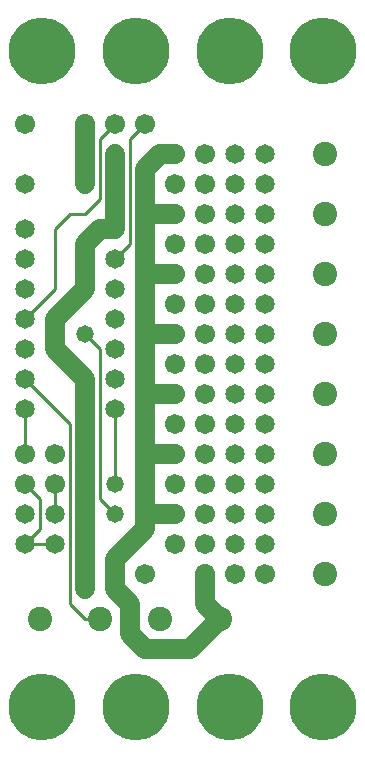
<source format=gtl>
%MOIN*%
%FSLAX25Y25*%
G04 D10 used for Character Trace; *
G04     Circle (OD=.01000) (No hole)*
G04 D11 used for Power Trace; *
G04     Circle (OD=.06700) (No hole)*
G04 D12 used for Signal Trace; *
G04     Circle (OD=.01100) (No hole)*
G04 D13 used for Via; *
G04     Circle (OD=.05800) (Round. Hole ID=.02800)*
G04 D14 used for Component hole; *
G04     Circle (OD=.06500) (Round. Hole ID=.03500)*
G04 D15 used for Component hole; *
G04     Circle (OD=.06700) (Round. Hole ID=.04300)*
G04 D16 used for Component hole; *
G04     Circle (OD=.08100) (Round. Hole ID=.05100)*
G04 D17 used for Component hole; *
G04     Circle (OD=.08900) (Round. Hole ID=.05900)*
G04 D18 used for Component hole; *
G04     Circle (OD=.11300) (Round. Hole ID=.08300)*
G04 D19 used for Component hole; *
G04     Circle (OD=.16000) (Round. Hole ID=.13000)*
G04 D20 used for Component hole; *
G04     Circle (OD=.18300) (Round. Hole ID=.15300)*
G04 D21 used for Component hole; *
G04     Circle (OD=.22291) (Round. Hole ID=.19291)*
%ADD10C,.01000*%
%ADD11C,.06700*%
%ADD12C,.01100*%
%ADD13C,.05800*%
%ADD14C,.06500*%
%ADD15C,.06700*%
%ADD16C,.08100*%
%ADD17C,.08900*%
%ADD18C,.11300*%
%ADD19C,.16000*%
%ADD20C,.18300*%
%ADD21C,.22291*%
%IPPOS*%
%LPD*%
G90*X0Y0D02*D21*X15625Y15625D03*D16*              
X35000Y45000D03*D12*X30000D01*X25000Y50000D01*    
Y110000D01*X10000Y125000D01*D14*D03*D11*X30000D02*
X20000Y135000D01*X30000Y55000D02*Y125000D01*D13*  
Y55000D03*D11*X40000D02*Y65000D01*X45000Y50000D02*
X40000Y55000D01*X45000Y40000D02*Y50000D01*        
X50000Y35000D02*X45000Y40000D01*X50000Y35000D02*  
X65000D01*X75000Y45000D01*D16*D03*D11*            
X70000Y50000D01*Y60000D01*D15*D03*D14*            
X80000Y70000D03*D15*X60000D03*X80000Y60000D03*    
X70000Y70000D03*D16*X55000Y45000D03*D14*          
X90000Y80000D03*D11*X50000Y75000D02*Y80000D01*    
X40000Y65000D02*X50000Y75000D01*D15*Y60000D03*D11*
Y80000D02*X60000D01*D15*D03*X70000Y90000D03*      
Y80000D03*X60000Y90000D03*D11*X50000Y80000D02*    
Y100000D01*D13*D03*D11*X60000D01*D15*D03*         
X70000Y110000D03*Y100000D03*X60000Y110000D03*D11* 
X50000Y100000D02*Y120000D01*X60000D01*D15*D03*    
X70000Y130000D03*Y120000D03*X60000Y130000D03*D11* 
X50000Y120000D02*Y140000D01*X60000D01*D15*D03*    
X70000Y150000D03*Y140000D03*X60000Y150000D03*D11* 
X50000Y140000D02*Y160000D01*X60000D01*D15*D03*    
X70000Y170000D03*Y160000D03*X60000Y170000D03*D11* 
X50000Y160000D02*Y180000D01*X60000D01*D15*D03*    
X70000Y190000D03*D13*X50000D03*D11*Y180000D01*D15*
X60000Y190000D03*D12*X40000Y165000D02*            
X45000Y170000D01*D14*X40000Y165000D03*D12*        
X45000Y170000D02*Y205000D01*X50000Y210000D01*D15* 
D03*X60000Y200000D03*D11*X55000D01*               
X50000Y195000D01*Y190000D01*D13*X40000Y200000D03* 
D11*Y175000D01*D14*D03*D11*X35000D01*             
X30000Y170000D01*Y155000D01*X20000Y145000D01*     
Y135000D01*D14*X10000Y145000D03*D12*              
X20000Y155000D01*Y175000D01*X25000Y180000D01*     
X30000D01*X35000Y185000D01*Y205000D01*            
X40000Y210000D01*D15*D03*X30000D03*D11*Y190000D01*
D14*D03*D15*X10000Y210000D03*D14*Y190000D03*      
Y175000D03*Y165000D03*Y155000D03*X40000D03*D15*   
X70000Y180000D03*Y200000D03*D21*X46875Y234375D03* 
D14*X40000Y145000D03*D21*X15625Y234375D03*D14*    
X80000Y140000D03*Y150000D03*Y160000D03*Y170000D03*
Y180000D03*Y190000D03*D13*X30000Y140000D03*D12*   
X35000Y135000D01*Y85000D01*X40000Y80000D01*D13*   
D03*Y90000D03*D12*Y115000D01*D14*D03*Y125000D03*  
Y135000D03*D15*X20000Y100000D03*Y90000D03*D12*    
Y80000D01*D14*D03*D12*X15000Y75000D02*Y85000D01*  
X10000Y70000D02*X15000Y75000D01*D14*              
X10000Y70000D03*D12*X20000D01*D14*D03*            
X10000Y80000D03*D12*X15000Y85000D02*              
X10000Y90000D01*D15*D03*Y100000D03*D12*Y115000D01*
D14*D03*Y135000D03*X80000Y80000D03*Y90000D03*     
Y100000D03*Y110000D03*Y120000D03*D16*             
X15000Y45000D03*D14*X80000Y130000D03*D15*         
X90000Y60000D03*D14*Y70000D03*Y90000D03*          
Y100000D03*Y110000D03*Y120000D03*Y130000D03*      
Y140000D03*Y150000D03*Y160000D03*Y170000D03*      
Y180000D03*Y190000D03*Y200000D03*X80000D03*D21*   
X109375Y15625D03*D16*X110000Y60000D03*Y80000D03*  
Y100000D03*Y120000D03*Y140000D03*D21*             
X46875Y15625D03*D16*X110000Y160000D03*Y180000D03* 
D21*X78125Y15625D03*D16*X110000Y200000D03*D21*    
X109375Y234375D03*X78125D03*M02*                  

</source>
